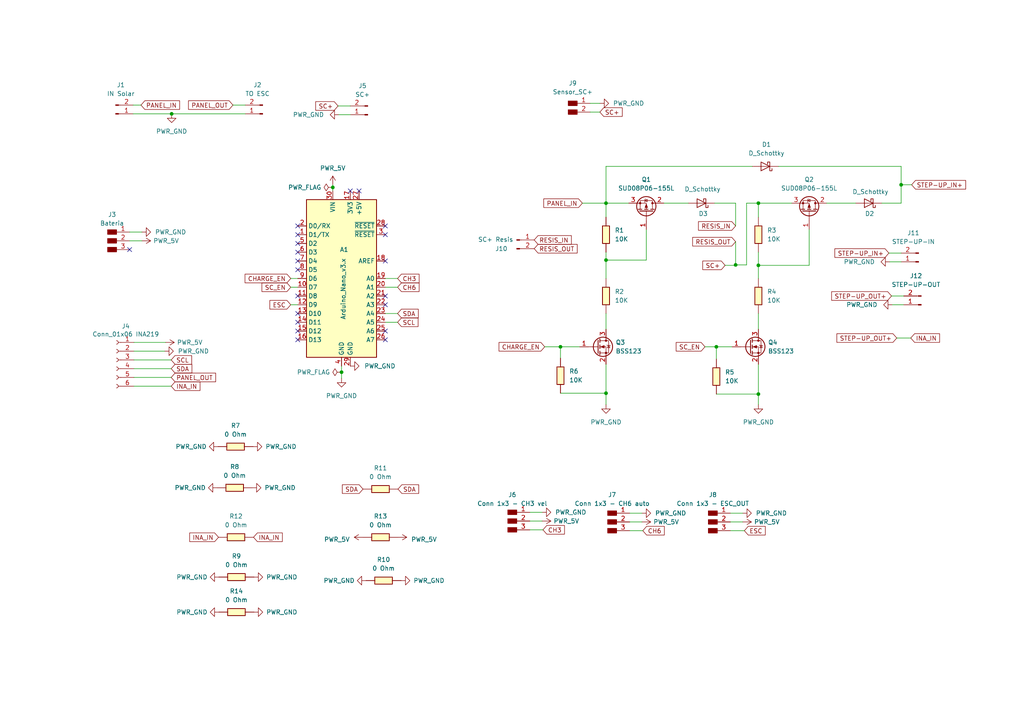
<source format=kicad_sch>
(kicad_sch (version 20230121) (generator eeschema)
  (paper "A4")
  (title_block (title "AI-2023") (date "2023-06-10") (rev "v1") (company "A Industriosa"))
  (lib_symbols
    (symbol "Connector:Conn_01x02_Pin" (pin_names (offset 1.016) hide)
      (property "Reference" "J" (at 0 2.54 0))
      (property "Value" "Conn_01x02_Pin" (at 0 -5.08 0))
      (symbol "Conn_01x02_Pin_1_1"
        (polyline (pts (xy 1.27 -2.54) (xy 0.8636 -2.54)) (stroke (width 0.1524)))
        (polyline (pts (xy 1.27 0) (xy 0.8636 0)) (stroke (width 0.1524)))
        (rectangle (start 0.8636 -2.413) (end 0 -2.667) (stroke (width 0.1524)) (fill (type outline)))
        (rectangle (start 0.8636 0.127) (end 0 -0.127) (stroke (width 0.1524)) (fill (type outline)))
        (pin passive line (at 5.08 0 180) (length 3.81) (name "Pin_1") (number "1"))
        (pin passive line (at 5.08 -2.54 180) (length 3.81) (name "Pin_2") (number "2"))
      )
    )
    (symbol "MCU_Module:Arduino_Nano_v3.x"
      (property "Reference" "A" (at -10.16 23.495 0))
      (property "Value" "Arduino_Nano_v3.x" (at 5.08 -24.13 0))
      (symbol "Arduino_Nano_v3.x_0_1"
        (rectangle (start -10.16 22.86) (end 10.16 -22.86) (stroke (width 0.254)) (fill (type background)))
      )
      (symbol "Arduino_Nano_v3.x_1_1"
        (pin bidirectional line (at -12.7 12.7 0) (length 2.54) (name "D1/TX") (number "1"))
        (pin bidirectional line (at -12.7 -2.54 0) (length 2.54) (name "D7") (number "10"))
        (pin bidirectional line (at -12.7 -5.08 0) (length 2.54) (name "D8") (number "11"))
        (pin bidirectional line (at -12.7 -7.62 0) (length 2.54) (name "D9") (number "12"))
        (pin bidirectional line (at -12.7 -10.16 0) (length 2.54) (name "D10") (number "13"))
        (pin bidirectional line (at -12.7 -12.7 0) (length 2.54) (name "D11") (number "14"))
        (pin bidirectional line (at -12.7 -15.24 0) (length 2.54) (name "D12") (number "15"))
        (pin bidirectional line (at -12.7 -17.78 0) (length 2.54) (name "D13") (number "16"))
        (pin power_out line (at 2.54 25.4 270) (length 2.54) (name "3V3") (number "17"))
        (pin input line (at 12.7 5.08 180) (length 2.54) (name "AREF") (number "18"))
        (pin bidirectional line (at 12.7 0 180) (length 2.54) (name "A0") (number "19"))
        (pin bidirectional line (at -12.7 15.24 0) (length 2.54) (name "D0/RX") (number "2"))
        (pin bidirectional line (at 12.7 -2.54 180) (length 2.54) (name "A1") (number "20"))
        (pin bidirectional line (at 12.7 -5.08 180) (length 2.54) (name "A2") (number "21"))
        (pin bidirectional line (at 12.7 -7.62 180) (length 2.54) (name "A3") (number "22"))
        (pin bidirectional line (at 12.7 -10.16 180) (length 2.54) (name "A4") (number "23"))
        (pin bidirectional line (at 12.7 -12.7 180) (length 2.54) (name "A5") (number "24"))
        (pin bidirectional line (at 12.7 -15.24 180) (length 2.54) (name "A6") (number "25"))
        (pin bidirectional line (at 12.7 -17.78 180) (length 2.54) (name "A7") (number "26"))
        (pin power_out line (at 5.08 25.4 270) (length 2.54) (name "+5V") (number "27"))
        (pin input line (at 12.7 15.24 180) (length 2.54) (name "~{RESET}") (number "28"))
        (pin power_in line (at 2.54 -25.4 90) (length 2.54) (name "GND") (number "29"))
        (pin input line (at 12.7 12.7 180) (length 2.54) (name "~{RESET}") (number "3"))
        (pin power_in line (at -2.54 25.4 270) (length 2.54) (name "VIN") (number "30"))
        (pin power_in line (at 0 -25.4 90) (length 2.54) (name "GND") (number "4"))
        (pin bidirectional line (at -12.7 10.16 0) (length 2.54) (name "D2") (number "5"))
        (pin bidirectional line (at -12.7 7.62 0) (length 2.54) (name "D3") (number "6"))
        (pin bidirectional line (at -12.7 5.08 0) (length 2.54) (name "D4") (number "7"))
        (pin bidirectional line (at -12.7 2.54 0) (length 2.54) (name "D5") (number "8"))
        (pin bidirectional line (at -12.7 0 0) (length 2.54) (name "D6") (number "9"))
      )
    )
    (symbol "MPPT PCB-rescue:Conn_01x06_Female-Connector" (pin_names (offset 1.016) hide)
      (property "Reference" "J" (at 0 7.62 0))
      (property "Value" "Connector_Conn_01x06_Female" (at 0 -10.16 0))
      (symbol "Conn_01x06_Female-Connector_1_1"
        (arc (start 0 -7.112) (mid -0.5058 -7.62) (end 0 -8.128) (stroke (width 0.1524)))
        (arc (start 0 -4.572) (mid -0.5058 -5.08) (end 0 -5.588) (stroke (width 0.1524)))
        (arc (start 0 -2.032) (mid -0.5058 -2.54) (end 0 -3.048) (stroke (width 0.1524)))
        (polyline (pts (xy -1.27 -7.62) (xy -0.508 -7.62)) (stroke (width 0.1524)))
        (polyline (pts (xy -1.27 -5.08) (xy -0.508 -5.08)) (stroke (width 0.1524)))
        (polyline (pts (xy -1.27 -2.54) (xy -0.508 -2.54)) (stroke (width 0.1524)))
        (polyline (pts (xy -1.27 0) (xy -0.508 0)) (stroke (width 0.1524)))
        (polyline (pts (xy -1.27 2.54) (xy -0.508 2.54)) (stroke (width 0.1524)))
        (polyline (pts (xy -1.27 5.08) (xy -0.508 5.08)) (stroke (width 0.1524)))
        (arc (start 0 0.508) (mid -0.5058 0) (end 0 -0.508) (stroke (width 0.1524)))
        (arc (start 0 3.048) (mid -0.5058 2.54) (end 0 2.032) (stroke (width 0.1524)))
        (arc (start 0 5.588) (mid -0.5058 5.08) (end 0 4.572) (stroke (width 0.1524)))
        (pin passive line (at -5.08 5.08 0) (length 3.81) (name "Pin_1") (number "1"))
        (pin passive line (at -5.08 2.54 0) (length 3.81) (name "Pin_2") (number "2"))
        (pin passive line (at -5.08 0 0) (length 3.81) (name "Pin_3") (number "3"))
        (pin passive line (at -5.08 -2.54 0) (length 3.81) (name "Pin_4") (number "4"))
        (pin passive line (at -5.08 -5.08 0) (length 3.81) (name "Pin_5") (number "5"))
        (pin passive line (at -5.08 -7.62 0) (length 3.81) (name "Pin_6") (number "6"))
      )
    )
    (symbol "Transistor_FET:BSS123" (pin_names hide)
      (property "Reference" "Q" (at 5.08 1.905 0))
      (property "Value" "BSS123" (at 5.08 0 0))
      (symbol "BSS123_0_1"
        (polyline (pts (xy 0.254 0) (xy -2.54 0)))
        (polyline (pts (xy 0.254 1.905) (xy 0.254 -1.905)) (stroke (width 0.254)))
        (polyline (pts (xy 0.762 -1.27) (xy 0.762 -2.286)) (stroke (width 0.254)))
        (polyline (pts (xy 0.762 0.508) (xy 0.762 -0.508)) (stroke (width 0.254)))
        (polyline (pts (xy 0.762 2.286) (xy 0.762 1.27)) (stroke (width 0.254)))
        (polyline (pts (xy 2.54 2.54) (xy 2.54 1.778)))
        (polyline (pts (xy 2.54 -2.54) (xy 2.54 0) (xy 0.762 0)))
        (polyline (pts (xy 0.762 -1.778) (xy 3.302 -1.778) (xy 3.302 1.778) (xy 0.762 1.778)))
        (polyline (pts (xy 1.016 0) (xy 2.032 0.381) (xy 2.032 -0.381) (xy 1.016 0)) (fill (type outline)))
        (polyline (pts (xy 2.794 0.508) (xy 2.921 0.381) (xy 3.683 0.381) (xy 3.81 0.254)))
        (polyline (pts (xy 3.302 0.381) (xy 2.921 -0.254) (xy 3.683 -0.254) (xy 3.302 0.381)))
        (circle (center 1.651 0) (radius 2.794) (stroke (width 0.254)))
        (circle (center 2.54 -1.778) (radius 0.254) (fill (type outline)))
        (circle (center 2.54 1.778) (radius 0.254) (fill (type outline)))
      )
      (symbol "BSS123_1_1"
        (pin input line (at -5.08 0 0) (length 2.54) (name "G") (number "1"))
        (pin passive line (at 2.54 -5.08 90) (length 2.54) (name "S") (number "2"))
        (pin passive line (at 2.54 5.08 270) (length 2.54) (name "D") (number "3"))
      )
    )
    (symbol "Transistor_FET:SUD08P06-155L" (pin_names hide)
      (property "Reference" "Q" (at 4.953 1.905 0))
      (property "Value" "SUD08P06-155L" (at 4.953 0 0))
      (symbol "SUD08P06-155L_0_1"
        (polyline (pts (xy 0.254 0) (xy -2.54 0)))
        (polyline (pts (xy 0.254 1.905) (xy 0.254 -1.905)) (stroke (width 0.254)))
        (polyline (pts (xy 0.762 -1.27) (xy 0.762 -2.286)) (stroke (width 0.254)))
        (polyline (pts (xy 0.762 0.508) (xy 0.762 -0.508)) (stroke (width 0.254)))
        (polyline (pts (xy 0.762 2.286) (xy 0.762 1.27)) (stroke (width 0.254)))
        (polyline (pts (xy 2.54 2.54) (xy 2.54 1.778)))
        (polyline (pts (xy 2.54 -2.54) (xy 2.54 0) (xy 0.762 0)))
        (polyline (pts (xy 0.762 1.778) (xy 3.302 1.778) (xy 3.302 -1.778) (xy 0.762 -1.778)))
        (polyline (pts (xy 2.286 0) (xy 1.27 0.381) (xy 1.27 -0.381) (xy 2.286 0)) (fill (type outline)))
        (polyline (pts (xy 2.794 -0.508) (xy 2.921 -0.381) (xy 3.683 -0.381) (xy 3.81 -0.254)))
        (polyline (pts (xy 3.302 -0.381) (xy 2.921 0.254) (xy 3.683 0.254) (xy 3.302 -0.381)))
        (circle (center 1.651 0) (radius 2.794) (stroke (width 0.254)))
        (circle (center 2.54 -1.778) (radius 0.254) (fill (type outline)))
        (circle (center 2.54 1.778) (radius 0.254) (fill (type outline)))
      )
      (symbol "SUD08P06-155L_1_1"
        (pin input line (at -5.08 0 0) (length 2.54) (name "G") (number "1"))
        (pin passive line (at 2.54 5.08 270) (length 2.54) (name "D") (number "2"))
        (pin passive line (at 2.54 -5.08 90) (length 2.54) (name "S") (number "3"))
      )
    )
    (symbol "fab:Conn_PinHeader_1x02_P2.54mm_Vertical_THT_D1mm" (pin_names hide)
      (property "Reference" "J" (at 0 2.54 0))
      (property "Value" "Conn_PinHeader_1x02_P2.54mm_Vertical_THT_D1mm" (at 0 -5.08 0))
      (symbol "Conn_PinHeader_1x02_P2.54mm_Vertical_THT_D1mm_1_1"
        (rectangle (start -1.27 -1.905) (end 1.27 -3.175) (stroke (width 0.254)) (fill (type outline)))
        (rectangle (start -1.27 0.635) (end 1.27 -0.635) (stroke (width 0.254)) (fill (type outline)))
        (pin passive line (at 5.08 0 180) (length 3.81) (name "Pin_1") (number "1"))
        (pin passive line (at 5.08 -2.54 180) (length 3.81) (name "Pin_2") (number "2"))
      )
    )
    (symbol "fab:Conn_PinHeader_1x03_P2.54mm_Vertical_THT_D1mm" (pin_names hide)
      (property "Reference" "J" (at 0 5.08 0))
      (property "Value" "Conn_PinHeader_1x03_P2.54mm_Vertical_THT_D1mm" (at 0 -5.08 0))
      (symbol "Conn_PinHeader_1x03_P2.54mm_Vertical_THT_D1mm_1_1"
        (rectangle (start -1.27 -1.905) (end 1.27 -3.175) (stroke (width 0.254)) (fill (type outline)))
        (rectangle (start -1.27 0.635) (end 1.27 -0.635) (stroke (width 0.254)) (fill (type outline)))
        (rectangle (start -1.27 3.175) (end 1.27 1.905) (stroke (width 0.254)) (fill (type outline)))
        (pin passive line (at 5.08 2.54 180) (length 3.81) (name "Pin_1") (number "1"))
        (pin passive line (at 5.08 0 180) (length 3.81) (name "Pin_2") (number "2"))
        (pin passive line (at 5.08 -2.54 180) (length 3.81) (name "Pin_3") (number "3"))
      )
    )
    (symbol "fab:Diode_Schottky_MiniSMA" (pin_numbers hide) (pin_names (offset 1.016) hide)
      (property "Reference" "D" (at 0 2.54 0))
      (property "Value" "Diode_Schottky_MiniSMA" (at 0 -2.54 0))
      (symbol "Diode_Schottky_MiniSMA_0_1"
        (polyline (pts (xy 1.27 0) (xy -1.27 0)))
        (polyline (pts (xy 1.27 1.27) (xy 1.27 -1.27) (xy -1.27 0) (xy 1.27 1.27)) (stroke (width 0.2032)))
        (polyline (pts (xy -1.905 0.635) (xy -1.905 1.27) (xy -1.27 1.27) (xy -1.27 -1.27) (xy -0.635 -1.27) (xy -0.635 -0.635)) (stroke (width 0.2032)))
      )
      (symbol "Diode_Schottky_MiniSMA_1_1"
        (pin passive line (at -3.81 0 0) (length 2.54) (name "K") (number "1"))
        (pin passive line (at 3.81 0 180) (length 2.54) (name "A") (number "2"))
      )
    )
    (symbol "fab:PWR_5V" (power) (pin_names (offset 0))
      (property "Value" "PWR_5V" (at 0 3.556 0))
      (symbol "PWR_5V_0_1"
        (polyline (pts (xy -0.762 1.27) (xy 0 2.54)))
        (polyline (pts (xy 0 0) (xy 0 2.54)))
        (polyline (pts (xy 0 2.54) (xy 0.762 1.27)))
      )
      (symbol "PWR_5V_1_1"
        (pin power_in line (at 0 0 90) (length 0) hide (name "PWR_5V") (number "1"))
      )
    )
    (symbol "fab:PWR_FLAG" (power) (pin_numbers hide) (pin_names (offset 0) hide)
      (property "Value" "PWR_FLAG" (at 0 3.81 0))
      (symbol "PWR_FLAG_0_1"
        (polyline (pts (xy 0 0) (xy 0 1.27) (xy -1.016 1.905) (xy 0 2.54) (xy 1.016 1.905) (xy 0 1.27)))
      )
      (symbol "PWR_FLAG_1_0"
        (pin power_out line (at 0 0 90) (length 0) (name "PWR_FLAG") (number "1"))
      )
    )
    (symbol "fab:PWR_GND" (power) (pin_names (offset 0))
      (property "Value" "PWR_GND" (at 0 -3.81 0))
      (symbol "PWR_GND_0_1"
        (polyline (pts (xy 0 0) (xy 0 -1.27) (xy 1.27 -1.27) (xy 0 -2.54) (xy -1.27 -1.27) (xy 0 -1.27)))
      )
      (symbol "PWR_GND_1_1"
        (pin power_in line (at 0 0 270) (length 0) hide (name "PWR_GND") (number "1"))
      )
    )
    (symbol "fab:R_1206" (pin_numbers hide) (pin_names (offset 0))
      (property "Reference" "R" (at 2.54 0 90))
      (property "Value" "R_1206" (at -2.54 0 90))
      (symbol "R_1206_0_1"
        (rectangle (start -1.016 -2.54) (end 1.016 2.54) (stroke (width 0.254)) (fill (type background)))
      )
      (symbol "R_1206_1_1"
        (pin passive line (at 0 5.08 270) (length 2.54) (name "~") (number "1"))
        (pin passive line (at 0 -5.08 90) (length 2.54) (name "~") (number "2"))
      )
    )
  )
  (junction (at 207.772 100.584))
  (junction (at 96.52 54.356))
  (junction (at 175.768 114.046))
  (junction (at 219.964 58.928))
  (junction (at 219.964 76.962))
  (junction (at 162.56 100.584))
  (junction (at 261.366 53.594))
  (junction (at 219.964 114.3))
  (junction (at 99.06 107.95))
  (junction (at 175.768 75.438))
  (junction (at 175.768 58.928))
  (junction (at 49.784 33.02))
  (junction (at 213.36 76.835))
  (no_connect (at 86.36 75.692))
  (no_connect (at 86.36 73.152))
  (no_connect (at 86.36 98.552))
  (no_connect (at 111.76 85.852))
  (no_connect (at 111.76 65.532))
  (no_connect (at 86.36 70.612))
  (no_connect (at 111.76 68.072))
  (no_connect (at 86.36 65.532))
  (no_connect (at 86.36 96.012))
  (no_connect (at 86.36 68.072))
  (no_connect (at 111.76 88.392))
  (no_connect (at 111.76 98.552))
  (no_connect (at 101.6 55.372))
  (no_connect (at 37.592 72.39))
  (no_connect (at 86.36 78.232))
  (no_connect (at 104.14 55.372))
  (no_connect (at 86.36 85.852))
  (no_connect (at 111.76 75.692))
  (no_connect (at 111.76 96.012))
  (no_connect (at 86.36 90.932))
  (no_connect (at 86.36 93.472))
  (wire (pts (xy 49.657 104.394) (xy 38.862 104.394)))
  (wire (pts (xy 219.964 76.962) (xy 234.696 76.962)))
  (wire (pts (xy 67.564 30.48) (xy 71.12 30.48)))
  (wire (pts (xy 261.366 48.26) (xy 261.366 53.594)))
  (wire (pts (xy 38.608 33.02) (xy 49.784 33.02)))
  (wire (pts (xy 187.452 66.548) (xy 187.452 75.438)))
  (wire (pts (xy 213.36 58.928) (xy 213.36 65.532)))
  (wire (pts (xy 153.67 151.13) (xy 157.226 151.13)))
  (wire (pts (xy 207.772 114.3) (xy 219.964 114.3)))
  (wire (pts (xy 239.776 58.928) (xy 248.158 58.928)))
  (wire (pts (xy 182.626 153.924) (xy 186.436 153.924)))
  (wire (pts (xy 175.768 90.932) (xy 175.768 95.504)))
  (wire (pts (xy 258.572 85.852) (xy 262.128 85.852)))
  (wire (pts (xy 98.298 33.274) (xy 101.6 33.274)))
  (wire (pts (xy 49.657 109.474) (xy 38.862 109.474)))
  (wire (pts (xy 162.56 114.046) (xy 175.768 114.046)))
  (wire (pts (xy 213.36 76.835) (xy 216.535 76.835)))
  (wire (pts (xy 96.52 54.356) (xy 96.52 55.372)))
  (wire (pts (xy 98.044 30.734) (xy 101.6 30.734)))
  (wire (pts (xy 171.196 32.512) (xy 173.99 32.512)))
  (wire (pts (xy 111.76 90.932) (xy 115.316 90.932)))
  (wire (pts (xy 261.366 53.594) (xy 261.366 58.928)))
  (wire (pts (xy 219.964 58.928) (xy 229.616 58.928)))
  (wire (pts (xy 192.532 58.928) (xy 199.644 58.928)))
  (wire (pts (xy 261.366 53.594) (xy 264.414 53.594)))
  (wire (pts (xy 37.592 67.31) (xy 41.148 67.31)))
  (wire (pts (xy 111.76 93.472) (xy 115.316 93.472)))
  (wire (pts (xy 157.988 100.584) (xy 162.56 100.584)))
  (wire (pts (xy 162.56 100.584) (xy 162.56 103.886)))
  (wire (pts (xy 175.768 105.664) (xy 175.768 114.046)))
  (wire (pts (xy 207.772 100.584) (xy 212.344 100.584)))
  (wire (pts (xy 175.768 58.928) (xy 175.768 62.992)))
  (wire (pts (xy 99.06 106.172) (xy 99.06 107.95)))
  (wire (pts (xy 219.964 76.962) (xy 219.964 80.772)))
  (wire (pts (xy 211.836 148.844) (xy 215.392 148.844)))
  (wire (pts (xy 38.608 30.48) (xy 40.894 30.48)))
  (wire (pts (xy 38.862 106.934) (xy 49.657 106.934)))
  (wire (pts (xy 175.768 73.152) (xy 175.768 75.438)))
  (wire (pts (xy 84.328 88.392) (xy 86.36 88.392)))
  (wire (pts (xy 213.36 70.104) (xy 213.36 76.835)))
  (wire (pts (xy 38.862 101.854) (xy 47.752 101.854)))
  (wire (pts (xy 96.52 53.594) (xy 96.52 54.356)))
  (wire (pts (xy 168.91 58.928) (xy 175.768 58.928)))
  (wire (pts (xy 153.67 148.59) (xy 157.226 148.59)))
  (wire (pts (xy 49.784 33.02) (xy 71.12 33.02)))
  (wire (pts (xy 257.81 73.406) (xy 261.366 73.406)))
  (wire (pts (xy 213.36 76.962) (xy 210.312 76.962)))
  (wire (pts (xy 219.964 58.928) (xy 219.964 62.992)))
  (wire (pts (xy 111.76 83.312) (xy 115.316 83.312)))
  (wire (pts (xy 49.657 112.014) (xy 38.862 112.014)))
  (wire (pts (xy 162.56 100.584) (xy 168.148 100.584)))
  (wire (pts (xy 211.836 151.384) (xy 215.392 151.384)))
  (wire (pts (xy 99.06 107.95) (xy 99.06 109.728)))
  (wire (pts (xy 171.196 29.972) (xy 173.99 29.972)))
  (wire (pts (xy 175.768 58.928) (xy 182.372 58.928)))
  (wire (pts (xy 219.964 73.152) (xy 219.964 76.962)))
  (wire (pts (xy 219.964 90.932) (xy 219.964 95.504)))
  (wire (pts (xy 175.768 48.26) (xy 175.768 58.928)))
  (wire (pts (xy 175.768 114.046) (xy 175.768 117.348)))
  (wire (pts (xy 213.36 76.835) (xy 213.36 76.962)))
  (wire (pts (xy 182.626 148.844) (xy 186.182 148.844)))
  (wire (pts (xy 211.836 153.924) (xy 215.9 153.924)))
  (wire (pts (xy 38.862 99.314) (xy 48.006 99.314)))
  (wire (pts (xy 216.535 58.928) (xy 219.964 58.928)))
  (wire (pts (xy 175.768 75.438) (xy 175.768 80.772)))
  (wire (pts (xy 219.964 114.3) (xy 219.964 117.348)))
  (wire (pts (xy 84.328 80.772) (xy 86.36 80.772)))
  (wire (pts (xy 111.76 80.772) (xy 115.316 80.772)))
  (wire (pts (xy 219.964 105.664) (xy 219.964 114.3)))
  (wire (pts (xy 258.826 88.392) (xy 262.128 88.392)))
  (wire (pts (xy 258.064 75.946) (xy 261.366 75.946)))
  (wire (pts (xy 207.264 58.928) (xy 213.36 58.928)))
  (wire (pts (xy 157.48 153.67) (xy 153.67 153.67)))
  (wire (pts (xy 204.47 100.584) (xy 207.772 100.584)))
  (wire (pts (xy 260.096 98.044) (xy 264.16 98.044)))
  (wire (pts (xy 175.768 75.438) (xy 187.452 75.438)))
  (wire (pts (xy 216.535 76.835) (xy 216.535 58.928)))
  (wire (pts (xy 255.778 58.928) (xy 261.366 58.928)))
  (wire (pts (xy 37.592 69.85) (xy 41.148 69.85)))
  (wire (pts (xy 84.328 83.312) (xy 86.36 83.312)))
  (wire (pts (xy 225.806 48.26) (xy 261.366 48.26)))
  (wire (pts (xy 182.626 151.384) (xy 186.182 151.384)))
  (wire (pts (xy 175.768 48.26) (xy 218.186 48.26)))
  (wire (pts (xy 207.772 104.14) (xy 207.772 100.584)))
  (wire (pts (xy 234.696 76.962) (xy 234.696 66.548)))
  (global_label "SC+" (shape input) (at 173.99 32.512 0) (property "Intersheetrefs" "${INTERSHEET_REFS}" (effects hide)))
  (global_label "CH3" (shape input) (at 115.316 80.772 0) (property "Intersheetrefs" "${INTERSHEET_REFS}" (effects hide)))
  (global_label "PANEL_IN" (shape input) (at 168.91 58.928 180) (property "Intersheetrefs" "${INTERSHEET_REFS}" (effects hide)))
  (global_label "STEP-UP_OUT+" (shape input) (at 258.572 85.852 180) (property "Intersheetrefs" "${INTERSHEET_REFS}" (effects hide)))
  (global_label "PANEL_IN" (shape input) (at 40.894 30.48 0) (property "Intersheetrefs" "${INTERSHEET_REFS}" (effects hide)))
  (global_label "CH6" (shape input) (at 186.436 153.924 0) (property "Intersheetrefs" "${INTERSHEET_REFS}" (effects hide)))
  (global_label "INA_IN" (shape input) (at 63.373 155.829 180) (property "Intersheetrefs" "${INTERSHEET_REFS}" (effects hide)))
  (global_label "RESIS_OUT" (shape input) (at 213.36 70.104 180) (property "Intersheetrefs" "${INTERSHEET_REFS}" (effects hide)))
  (global_label "SDA" (shape input) (at 105.283 141.859 180) (property "Intersheetrefs" "${INTERSHEET_REFS}" (effects hide)))
  (global_label "RESIS_IN" (shape input) (at 213.36 65.532 180) (property "Intersheetrefs" "${INTERSHEET_REFS}" (effects hide)))
  (global_label "INA_IN" (shape input) (at 49.657 112.014 0) (property "Intersheetrefs" "${INTERSHEET_REFS}" (effects hide)))
  (global_label "SC_EN" (shape input) (at 204.47 100.584 180) (property "Intersheetrefs" "${INTERSHEET_REFS}" (effects hide)))
  (global_label "STEP-UP_IN+" (shape input) (at 264.414 53.594 0) (property "Intersheetrefs" "${INTERSHEET_REFS}" (effects hide)))
  (global_label "INA_IN" (shape input) (at 264.16 98.044 0) (property "Intersheetrefs" "${INTERSHEET_REFS}" (effects hide)))
  (global_label "STEP-UP_IN+" (shape input) (at 257.81 73.406 180) (property "Intersheetrefs" "${INTERSHEET_REFS}" (effects hide)))
  (global_label "RESIS_IN" (shape input) (at 154.94 69.596 0) (property "Intersheetrefs" "${INTERSHEET_REFS}" (effects hide)))
  (global_label "CH6" (shape input) (at 115.316 83.312 0) (property "Intersheetrefs" "${INTERSHEET_REFS}" (effects hide)))
  (global_label "CHARGE_EN" (shape input) (at 84.328 80.772 180) (property "Intersheetrefs" "${INTERSHEET_REFS}" (effects hide)))
  (global_label "CH3" (shape input) (at 157.48 153.67 0) (property "Intersheetrefs" "${INTERSHEET_REFS}" (effects hide)))
  (global_label "SC+" (shape input) (at 210.312 76.962 180) (property "Intersheetrefs" "${INTERSHEET_REFS}" (effects hide)))
  (global_label "SCL" (shape input) (at 115.316 93.472 0) (property "Intersheetrefs" "${INTERSHEET_REFS}" (effects hide)))
  (global_label "SC_EN" (shape input) (at 84.328 83.312 180) (property "Intersheetrefs" "${INTERSHEET_REFS}" (effects hide)))
  (global_label "SDA" (shape input) (at 49.657 106.934 0) (property "Intersheetrefs" "${INTERSHEET_REFS}" (effects hide)))
  (global_label "ESC" (shape input) (at 84.328 88.392 180) (property "Intersheetrefs" "${INTERSHEET_REFS}" (effects hide)))
  (global_label "CHARGE_EN" (shape input) (at 157.988 100.584 180) (property "Intersheetrefs" "${INTERSHEET_REFS}" (effects hide)))
  (global_label "INA_IN" (shape input) (at 73.533 155.829 0) (property "Intersheetrefs" "${INTERSHEET_REFS}" (effects hide)))
  (global_label "PANEL_OUT" (shape input) (at 49.657 109.474 0) (property "Intersheetrefs" "${INTERSHEET_REFS}" (effects hide)))
  (global_label "SCL" (shape input) (at 49.657 104.394 0) (property "Intersheetrefs" "${INTERSHEET_REFS}" (effects hide)))
  (global_label "STEP-UP_OUT+" (shape input) (at 260.096 98.044 180) (property "Intersheetrefs" "${INTERSHEET_REFS}" (effects hide)))
  (global_label "RESIS_OUT" (shape input) (at 154.94 72.136 0) (property "Intersheetrefs" "${INTERSHEET_REFS}" (effects hide)))
  (global_label "SDA" (shape input) (at 115.316 90.932 0) (property "Intersheetrefs" "${INTERSHEET_REFS}" (effects hide)))
  (global_label "SC+" (shape input) (at 98.044 30.734 180) (property "Intersheetrefs" "${INTERSHEET_REFS}" (effects hide)))
  (global_label "PANEL_OUT" (shape input) (at 67.564 30.48 180) (property "Intersheetrefs" "${INTERSHEET_REFS}" (effects hide)))
  (global_label "SDA" (shape input) (at 115.443 141.859 0) (property "Intersheetrefs" "${INTERSHEET_REFS}" (effects hide)))
  (global_label "ESC" (shape input) (at 215.9 153.924 0) (property "Intersheetrefs" "${INTERSHEET_REFS}" (effects hide)))
  (symbol (lib_id "fab:PWR_GND") (at 63.246 129.54 270) (unit 1)
    (property "Reference" "#PWR018" (effects hide))
    (property "Value" "PWR_GND" (at 59.944 129.54 90) (effects (justify right)))
  )
  (symbol (lib_id "fab:R_1206") (at 68.453 155.829 90) (unit 1)
    (property "Reference" "R12" (at 68.453 149.733 90))
    (property "Value" "0 Ohm" (at 68.453 152.273 90))
    (property "Footprint" "fab:R_1206" (effects hide))
  )
  (symbol (lib_id "fab:Conn_PinHeader_1x03_P2.54mm_Vertical_THT_D1mm") (at 206.756 151.384 0) (unit 1)
    (property "Reference" "J8" (at 206.756 143.51 0))
    (property "Value" "Conn 1x3 - ESC_OUT" (at 206.756 146.05 0))
    (property "Footprint" "fab:PinHeader_1x03_P2.54mm_Vertical_THT_D1mm" (effects hide))
  )
  (symbol (lib_id "fab:R_1206") (at 110.363 155.829 90) (unit 1)
    (property "Reference" "R13" (at 110.363 149.733 90))
    (property "Value" "0 Ohm" (at 110.363 152.273 90))
    (property "Footprint" "fab:R_1206" (effects hide))
  )
  (symbol (lib_id "fab:Diode_Schottky_MiniSMA") (at 221.996 48.26 180) (unit 1)
    (property "Reference" "D1" (at 222.3135 41.91 0))
    (property "Value" "D_Schottky" (at 222.3135 44.45 0))
    (property "Footprint" "Diode_SMD:D_SMC" (effects hide))
    (property "Datasheet" "https://www.st.com/content/ccc/resource/technical/document/datasheet/c6/32/d4/4a/28/d3/4b/11/CD00004930.pdf/files/CD00004930.pdf/jcr:content/translations/en.CD00004930.pdf" (effects hide))
  )
  (symbol (lib_id "fab:PWR_GND") (at 258.826 88.392 270) (mirror x) (unit 1)
    (property "Reference" "#PWR026" (effects hide))
    (property "Value" "PWR_GND" (at 254.508 88.392 90) (effects (justify right)))
  )
  (symbol (lib_id "MCU_Module:Arduino_Nano_v3.x") (at 99.06 80.772 0) (unit 1)
    (property "Reference" "A1" (at 98.552 72.39 0) (effects (justify left)))
    (property "Value" "Arduino_Nano_v3.x" (at 99.568 92.71 90) (effects (justify left)))
    (property "Footprint" "Module:Arduino_Nano" (effects hide))
    (property "Datasheet" "http://www.mouser.com/pdfdocs/Gravitech_Arduino_Nano3_0.pdf" (effects hide))
  )
  (symbol (lib_id "fab:PWR_5V") (at 115.443 155.829 270) (unit 1)
    (property "Reference" "#PWR024" (effects hide))
    (property "Value" "PWR_5V" (at 119.253 156.464 90) (effects (justify left)))
  )
  (symbol (lib_id "fab:PWR_5V") (at 186.182 151.384 270) (unit 1)
    (property "Reference" "#PWR014" (effects hide))
    (property "Value" "PWR_5V" (at 189.484 151.384 90) (effects (justify left)))
  )
  (symbol (lib_id "fab:PWR_GND") (at 99.06 109.728 0) (unit 1)
    (property "Reference" "#PWR04" (effects hide))
    (property "Value" "PWR_GND" (at 99.06 114.808 0))
  )
  (symbol (lib_id "Transistor_FET:SUD08P06-155L") (at 187.452 61.468 270) (mirror x) (unit 1)
    (property "Reference" "Q1" (at 187.452 52.07 90))
    (property "Value" "SUD08P06-155L" (at 187.452 54.61 90))
    (property "Footprint" "Package_TO_SOT_SMD:TO-252-2" (effects hide))
    (property "Datasheet" "https://www.vishay.com/docs/62843/sud08p06-155l-ge3.pdf" (effects hide))
  )
  (symbol (lib_id "fab:R_1206") (at 219.964 85.852 0) (unit 1)
    (property "Reference" "R4" (at 222.504 84.582 0) (effects (justify left)))
    (property "Value" "10K" (at 222.504 87.122 0) (effects (justify left)))
    (property "Footprint" "fab:R_1206" (effects hide))
  )
  (symbol (lib_id "fab:PWR_GND") (at 106.172 168.402 270) (unit 1)
    (property "Reference" "#PWR029" (effects hide))
    (property "Value" "PWR_GND" (at 102.87 168.402 90) (effects (justify right)))
  )
  (symbol (lib_id "Transistor_FET:SUD08P06-155L") (at 234.696 61.468 270) (mirror x) (unit 1)
    (property "Reference" "Q2" (at 234.696 52.07 90))
    (property "Value" "SUD08P06-155L" (at 234.696 54.61 90))
    (property "Footprint" "Package_TO_SOT_SMD:TO-252-2" (effects hide))
    (property "Datasheet" "https://www.vishay.com/docs/62843/sud08p06-155l-ge3.pdf" (effects hide))
  )
  (symbol (lib_id "fab:PWR_GND") (at 47.752 101.854 90) (mirror x) (unit 1)
    (property "Reference" "#PWR07" (effects hide))
    (property "Value" "PWR_GND" (at 51.562 101.854 90) (effects (justify right)))
  )
  (symbol (lib_id "fab:PWR_GND") (at 173.99 29.972 90) (mirror x) (unit 1)
    (property "Reference" "#PWR017" (effects hide))
    (property "Value" "PWR_GND" (at 177.8 29.972 90) (effects (justify right)))
  )
  (symbol (lib_id "fab:Conn_PinHeader_1x02_P2.54mm_Vertical_THT_D1mm") (at 166.116 29.972 0) (unit 1)
    (property "Reference" "J9" (at 166.116 24.13 0))
    (property "Value" "Sensor_SC+" (at 166.116 26.67 0))
    (property "Footprint" "fab:PinHeader_1x02_P2.54mm_Vertical_THT_D1mm" (effects hide))
  )
  (symbol (lib_id "fab:PWR_GND") (at 215.392 148.844 90) (mirror x) (unit 1)
    (property "Reference" "#PWR015" (effects hide))
    (property "Value" "PWR_GND" (at 219.202 148.844 90) (effects (justify right)))
  )
  (symbol (lib_id "fab:Diode_Schottky_MiniSMA") (at 203.454 58.928 180) (unit 1)
    (property "Reference" "D3" (at 203.962 61.976 0))
    (property "Value" "D_Schottky" (at 203.7715 54.864 0))
    (property "Footprint" "Diode_SMD:D_SMC" (effects hide))
    (property "Datasheet" "https://www.st.com/content/ccc/resource/technical/document/datasheet/c6/32/d4/4a/28/d3/4b/11/CD00004930.pdf/files/CD00004930.pdf/jcr:content/translations/en.CD00004930.pdf" (effects hide))
  )
  (symbol (lib_id "fab:PWR_5V") (at 96.52 53.594 0) (unit 1)
    (property "Reference" "#PWR05" (effects hide))
    (property "Value" "PWR_5V" (at 96.52 48.768 0))
  )
  (symbol (lib_id "Connector:Conn_01x02_Pin") (at 106.68 33.274 180) (unit 1)
    (property "Reference" "J5" (at 105.156 24.892 0))
    (property "Value" "SC+" (at 105.156 27.432 0))
    (property "Footprint" "Connector_AMASS:AMASS_XT60-M_1x02_P7.20mm_Vertical" (effects hide))
  )
  (symbol (lib_id "fab:PWR_GND") (at 258.064 75.946 270) (mirror x) (unit 1)
    (property "Reference" "#PWR025" (effects hide))
    (property "Value" "PWR_GND" (at 253.746 75.946 90) (effects (justify right)))
  )
  (symbol (lib_id "fab:PWR_GND") (at 73.66 167.386 90) (unit 1)
    (property "Reference" "#PWR028" (effects hide))
    (property "Value" "PWR_GND" (at 77.216 167.386 90) (effects (justify right)))
  )
  (symbol (lib_id "fab:R_1206") (at 175.768 68.072 0) (unit 1)
    (property "Reference" "R1" (at 178.308 66.802 0) (effects (justify left)))
    (property "Value" "10K" (at 178.308 69.342 0) (effects (justify left)))
    (property "Footprint" "fab:R_1206" (effects hide))
  )
  (symbol (lib_id "Connector:Conn_01x02_Pin") (at 33.528 33.02 0) (mirror x) (unit 1)
    (property "Reference" "J1" (at 35.052 24.638 0))
    (property "Value" "IN Solar" (at 35.052 27.178 0))
    (property "Footprint" "Connector_AMASS:AMASS_XT60-F_1x02_P7.20mm_Vertical" (effects hide))
  )
  (symbol (lib_id "fab:PWR_FLAG") (at 96.52 54.356 90) (unit 1)
    (property "Reference" "#FLG02" (effects hide))
    (property "Value" "PWR_FLAG" (at 93.218 54.356 90) (effects (justify left)))
  )
  (symbol (lib_id "fab:R_1206") (at 68.58 177.546 90) (unit 1)
    (property "Reference" "R14" (at 68.58 171.45 90))
    (property "Value" "0 Ohm" (at 68.58 173.99 90))
    (property "Footprint" "fab:R_1206" (effects hide))
  )
  (symbol (lib_id "fab:PWR_FLAG") (at 99.06 107.95 90) (unit 1)
    (property "Reference" "#FLG01" (effects hide))
    (property "Value" "PWR_FLAG" (at 95.758 107.95 90) (effects (justify left)))
  )
  (symbol (lib_id "fab:Diode_Schottky_MiniSMA") (at 251.968 58.928 180) (unit 1)
    (property "Reference" "D2" (at 252.222 61.976 0))
    (property "Value" "D_Schottky" (at 252.476 55.626 0))
    (property "Footprint" "Diode_SMD:D_SMC" (effects hide))
    (property "Datasheet" "https://www.st.com/content/ccc/resource/technical/document/datasheet/c6/32/d4/4a/28/d3/4b/11/CD00004930.pdf/files/CD00004930.pdf/jcr:content/translations/en.CD00004930.pdf" (effects hide))
  )
  (symbol (lib_id "fab:PWR_GND") (at 73.66 177.546 90) (unit 1)
    (property "Reference" "#PWR032" (effects hide))
    (property "Value" "PWR_GND" (at 77.216 177.546 90) (effects (justify right)))
  )
  (symbol (lib_id "MPPT PCB-rescue:Conn_01x06_Female-Connector") (at 33.782 104.394 0) (mirror y) (unit 1)
    (property "Reference" "J4" (at 36.4744 94.615 0))
    (property "Value" "Conn_01x06 INA219" (at 36.4744 96.9264 0))
    (property "Footprint" "fab:PinHeader_1x06_P2.54mm_Vertical_THT_D1mm" (effects hide))
    (property "DIGIKEY_PN" "SAM1213-06-ND" (effects hide))
  )
  (symbol (lib_id "fab:R_1206") (at 111.252 168.402 90) (unit 1)
    (property "Reference" "R10" (at 111.252 162.306 90))
    (property "Value" "0 Ohm" (at 111.252 164.846 90))
    (property "Footprint" "fab:R_1206" (effects hide))
  )
  (symbol (lib_id "fab:PWR_5V") (at 215.392 151.384 270) (unit 1)
    (property "Reference" "#PWR016" (effects hide))
    (property "Value" "PWR_5V" (at 218.694 151.384 90) (effects (justify left)))
  )
  (symbol (lib_id "Connector:Conn_01x02_Pin") (at 76.2 33.02 180) (unit 1)
    (property "Reference" "J2" (at 74.676 24.638 0))
    (property "Value" "TO ESC" (at 74.676 27.178 0))
    (property "Footprint" "Connector_AMASS:AMASS_XT60-M_1x02_P7.20mm_Vertical" (effects hide))
  )
  (symbol (lib_id "fab:PWR_5V") (at 41.148 69.85 270) (unit 1)
    (property "Reference" "#PWR03" (effects hide))
    (property "Value" "PWR_5V" (at 44.45 69.85 90) (effects (justify left)))
  )
  (symbol (lib_id "fab:PWR_GND") (at 41.148 67.31 90) (mirror x) (unit 1)
    (property "Reference" "#PWR01" (effects hide))
    (property "Value" "PWR_GND" (at 44.958 67.31 90) (effects (justify right)))
  )
  (symbol (lib_id "fab:R_1206") (at 219.964 68.072 0) (unit 1)
    (property "Reference" "R3" (at 222.504 66.802 0) (effects (justify left)))
    (property "Value" "10K" (at 222.504 69.342 0) (effects (justify left)))
    (property "Footprint" "fab:R_1206" (effects hide))
  )
  (symbol (lib_id "fab:PWR_GND") (at 62.992 141.478 270) (unit 1)
    (property "Reference" "#PWR020" (effects hide))
    (property "Value" "PWR_GND" (at 59.69 141.478 90) (effects (justify right)))
  )
  (symbol (lib_id "fab:PWR_GND") (at 219.964 117.348 0) (unit 1)
    (property "Reference" "#PWR010" (effects hide))
    (property "Value" "PWR_GND" (at 219.964 122.428 0))
  )
  (symbol (lib_id "fab:R_1206") (at 207.772 109.22 0) (unit 1)
    (property "Reference" "R5" (at 210.312 107.95 0) (effects (justify left)))
    (property "Value" "10K" (at 210.312 110.49 0) (effects (justify left)))
    (property "Footprint" "fab:R_1206" (effects hide))
  )
  (symbol (lib_id "fab:Conn_PinHeader_1x03_P2.54mm_Vertical_THT_D1mm") (at 177.546 151.384 0) (unit 1)
    (property "Reference" "J7" (at 177.546 143.51 0))
    (property "Value" "Conn 1x3 - CH6 auto" (at 177.546 146.05 0))
    (property "Footprint" "fab:PinHeader_1x03_P2.54mm_Vertical_THT_D1mm" (effects hide))
  )
  (symbol (lib_id "fab:PWR_GND") (at 49.784 33.02 0) (mirror y) (unit 1)
    (property "Reference" "#PWR02" (effects hide))
    (property "Value" "PWR_GND" (at 49.784 38.1 0))
  )
  (symbol (lib_id "fab:PWR_GND") (at 73.152 141.478 90) (unit 1)
    (property "Reference" "#PWR021" (effects hide))
    (property "Value" "PWR_GND" (at 76.708 141.478 90) (effects (justify right)))
  )
  (symbol (lib_id "fab:R_1206") (at 175.768 85.852 0) (unit 1)
    (property "Reference" "R2" (at 178.308 84.582 0) (effects (justify left)))
    (property "Value" "10K" (at 178.308 87.122 0) (effects (justify left)))
    (property "Footprint" "fab:R_1206" (effects hide))
  )
  (symbol (lib_id "fab:PWR_GND") (at 63.5 177.546 270) (unit 1)
    (property "Reference" "#PWR031" (effects hide))
    (property "Value" "PWR_GND" (at 60.198 177.546 90) (effects (justify right)))
  )
  (symbol (lib_id "Transistor_FET:BSS123") (at 217.424 100.584 0) (unit 1)
    (property "Reference" "Q4" (at 222.758 99.314 0) (effects (justify left)))
    (property "Value" "BSS123" (at 222.758 101.854 0) (effects (justify left)))
    (property "Footprint" "Package_TO_SOT_SMD:SOT-23" (effects hide))
    (property "Datasheet" "http://www.diodes.com/assets/Datasheets/ds30366.pdf" (effects hide))
  )
  (symbol (lib_id "fab:PWR_GND") (at 98.298 33.274 270) (mirror x) (unit 1)
    (property "Reference" "#PWR06" (effects hide))
    (property "Value" "PWR_GND" (at 93.98 33.274 90) (effects (justify right)))
  )
  (symbol (lib_id "fab:PWR_GND") (at 175.768 117.348 0) (unit 1)
    (property "Reference" "#PWR09" (effects hide))
    (property "Value" "PWR_GND" (at 175.768 122.428 0))
  )
  (symbol (lib_id "fab:R_1206") (at 68.326 129.54 90) (unit 1)
    (property "Reference" "R7" (at 68.326 123.444 90))
    (property "Value" "0 Ohm" (at 68.326 125.984 90))
    (property "Footprint" "fab:R_1206" (effects hide))
  )
  (symbol (lib_id "fab:PWR_GND") (at 186.182 148.844 90) (mirror x) (unit 1)
    (property "Reference" "#PWR013" (effects hide))
    (property "Value" "PWR_GND" (at 189.992 148.844 90) (effects (justify right)))
  )
  (symbol (lib_id "Connector:Conn_01x02_Pin") (at 266.446 75.946 180) (unit 1)
    (property "Reference" "J11" (at 264.922 67.564 0))
    (property "Value" "STEP-UP-IN" (at 264.922 70.104 0))
    (property "Footprint" "Connector_AMASS:AMASS_XT60-M_1x02_P7.20mm_Vertical" (effects hide))
  )
  (symbol (lib_id "fab:PWR_GND") (at 116.332 168.402 90) (unit 1)
    (property "Reference" "#PWR030" (effects hide))
    (property "Value" "PWR_GND" (at 119.888 168.402 90) (effects (justify right)))
  )
  (symbol (lib_id "fab:Conn_PinHeader_1x03_P2.54mm_Vertical_THT_D1mm") (at 32.512 69.85 0) (unit 1)
    (property "Reference" "J3" (at 32.512 62.23 0))
    (property "Value" "Bateria" (at 32.512 64.77 0))
    (property "Footprint" "fab:PinHeader_1x03_P2.54mm_Vertical_THT_D1mm" (effects hide))
  )
  (symbol (lib_id "fab:R_1206") (at 162.56 108.966 0) (unit 1)
    (property "Reference" "R6" (at 165.1 107.696 0) (effects (justify left)))
    (property "Value" "10K" (at 165.1 110.236 0) (effects (justify left)))
    (property "Footprint" "fab:R_1206" (effects hide))
  )
  (symbol (lib_id "fab:R_1206") (at 68.072 141.478 90) (unit 1)
    (property "Reference" "R8" (at 68.072 135.382 90))
    (property "Value" "0 Ohm" (at 68.072 137.922 90))
    (property "Footprint" "fab:R_1206" (effects hide))
  )
  (symbol (lib_id "fab:PWR_5V") (at 157.226 151.13 270) (unit 1)
    (property "Reference" "#PWR012" (effects hide))
    (property "Value" "PWR_5V" (at 160.528 151.13 90) (effects (justify left)))
  )
  (symbol (lib_id "Transistor_FET:BSS123") (at 173.228 100.584 0) (unit 1)
    (property "Reference" "Q3" (at 178.562 99.314 0) (effects (justify left)))
    (property "Value" "BSS123" (at 178.562 101.854 0) (effects (justify left)))
    (property "Footprint" "Package_TO_SOT_SMD:SOT-23" (effects hide))
    (property "Datasheet" "http://www.diodes.com/assets/Datasheets/ds30366.pdf" (effects hide))
  )
  (symbol (lib_id "fab:PWR_GND") (at 157.226 148.59 90) (mirror x) (unit 1)
    (property "Reference" "#PWR011" (effects hide))
    (property "Value" "PWR_GND" (at 161.036 148.59 90) (effects (justify right)))
  )
  (symbol (lib_id "fab:Conn_PinHeader_1x03_P2.54mm_Vertical_THT_D1mm") (at 148.59 151.13 0) (unit 1)
    (property "Reference" "J6" (at 148.59 143.51 0))
    (property "Value" "Conn 1x3 - CH3 vel" (at 148.59 146.05 0))
    (property "Footprint" "fab:PinHeader_1x03_P2.54mm_Vertical_THT_D1mm" (effects hide))
  )
  (symbol (lib_id "fab:PWR_5V") (at 105.283 155.829 90) (unit 1)
    (property "Reference" "#PWR023" (effects hide))
    (property "Value" "PWR_5V" (at 101.473 156.464 90) (effects (justify left)))
  )
  (symbol (lib_id "fab:R_1206") (at 68.58 167.386 90) (unit 1)
    (property "Reference" "R9" (at 68.58 161.29 90))
    (property "Value" "0 Ohm" (at 68.58 163.83 90))
    (property "Footprint" "fab:R_1206" (effects hide))
  )
  (symbol (lib_id "fab:PWR_GND") (at 73.406 129.54 90) (unit 1)
    (property "Reference" "#PWR019" (effects hide))
    (property "Value" "PWR_GND" (at 76.962 129.54 90) (effects (justify right)))
  )
  (symbol (lib_id "fab:PWR_GND") (at 63.5 167.386 270) (unit 1)
    (property "Reference" "#PWR027" (effects hide))
    (property "Value" "PWR_GND" (at 60.198 167.386 90) (effects (justify right)))
  )
  (symbol (lib_id "fab:PWR_5V") (at 48.006 99.314 270) (unit 1)
    (property "Reference" "#PWR08" (effects hide))
    (property "Value" "PWR_5V" (at 51.308 99.314 90) (effects (justify left)))
  )
  (symbol (lib_id "Connector:Conn_01x02_Pin") (at 267.208 88.392 180) (unit 1)
    (property "Reference" "J12" (at 265.684 80.01 0))
    (property "Value" "STEP-UP-OUT" (at 265.684 82.55 0))
    (property "Footprint" "Connector_AMASS:AMASS_XT60-F_1x02_P7.20mm_Vertical" (effects hide))
  )
  (symbol (lib_id "fab:R_1206") (at 110.363 141.859 90) (unit 1)
    (property "Reference" "R11" (at 110.363 135.763 90))
    (property "Value" "0 Ohm" (at 110.363 138.303 90))
    (property "Footprint" "fab:R_1206" (effects hide))
  )
  (symbol (lib_id "Connector:Conn_01x02_Pin") (at 149.86 69.596 0) (unit 1)
    (property "Reference" "J10" (at 145.415 72.136 0))
    (property "Value" "SC+ Resis" (at 143.764 69.469 0))
    (property "Footprint" "Connector_AMASS:AMASS_XT60-M_1x02_P7.20mm_Vertical" (effects hide))
  )
  (symbol (lib_id "fab:PWR_GND") (at 101.6 106.172 90) (unit 1)
    (property "Reference" "#PWR022" (effects hide))
    (property "Value" "PWR_GND" (at 105.664 106.172 90) (effects (justify right)))
  )
)
</source>
